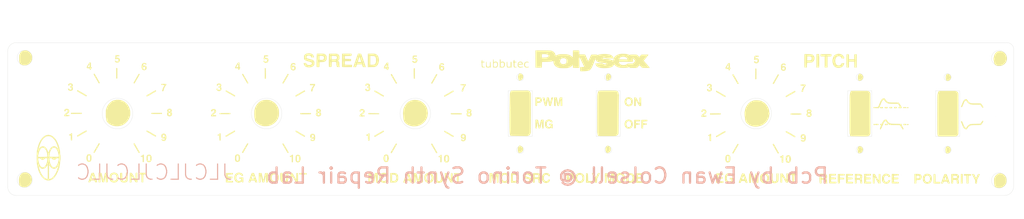
<source format=kicad_pcb>
(kicad_pcb (version 20240108) (generator "pcbnew") (generator_version "8.0")
  (layers (0 "F.Cu" signal) (31 "B.Cu" signal) (34 "B.Paste" user) (35 "F.Paste" user) (36 "B.SilkS" user "B.Silkscreen") (37 "F.SilkS" user "F.Silkscreen") (38 "B.Mask" user) (39 "F.Mask" user) (44 "Edge.Cuts" user))
  (net 0 "")
  (footprint "LOGO" (layer "F.Cu") (at 148.65 90.18)
    (property "Reference" "G***" (hide yes))
    (property "Value" "LOGO" (hide yes))
  )
  (gr_arc (start 279.680836 107.749027) (mid 278.971822 109.447129) (end 277.274192 110.157271) (stroke (width 0.05)) (layer "Edge.Cuts"))
  (gr_circle (center 173.554954 98.21) (end 173.554954 99.15) (stroke (width 0.05)) (fill none) (layer "Edge.Cuts"))
  (gr_circle (center 239.415045 98.21) (end 239.415045 99.15) (stroke (width 0.05)) (fill none) (layer "Edge.Cuts"))
  (gr_circle (center 173.554954 79.21) (end 173.554954 80.15) (stroke (width 0.05)) (fill none) (layer "Edge.Cuts"))
  (gr_line (start 18.652271 110.156129) (end 277.28 110.156129) (stroke (width 0.05)) (layer "Edge.Cuts"))
  (gr_arc (start 18.652271 110.156129) (mid 17.095027 109.511099) (end 16.45 107.953858) (stroke (width 0.05)) (layer "Edge.Cuts"))
  (gr_arc (start 277.922119 70.160938) (mid 279.168674 70.677084) (end 279.685483 71.923364) (stroke (width 0.05)) (layer "Edge.Cuts"))
  (gr_circle (center 20.9 74.12) (end 22.9 74.12) (stroke (width 0.05)) (fill none) (layer "Edge.Cuts"))
  (gr_circle (center 150.544954 79.21) (end 150.544954 80.15) (stroke (width 0.05)) (fill none) (layer "Edge.Cuts"))
  (gr_line (start 18.65 70.158857) (end 277.93 70.158857) (stroke (width 0.05)) (layer "Edge.Cuts"))
  (gr_rect (start 147.419909 82.705) (end 153.67 94.715) (stroke (width 0.05)) (fill none) (layer "Edge.Cuts"))
  (gr_circle (center 212.29 88.71) (end 216.29 88.71) (stroke (width 0.05)) (fill none) (layer "Edge.Cuts"))
  (gr_circle (center 123.09 88.71) (end 127.09 88.71) (stroke (width 0.05)) (fill none) (layer "Edge.Cuts"))
  (gr_arc (start 16.45 72.358858) (mid 17.094365 70.803222) (end 18.65 70.158857) (stroke (width 0.05)) (layer "Edge.Cuts"))
  (gr_circle (center 150.544954 98.21) (end 150.544954 99.15) (stroke (width 0.05)) (fill none) (layer "Edge.Cuts"))
  (gr_line (start 279.686421 71.92) (end 279.686421 107.749064) (stroke (width 0.05)) (layer "Edge.Cuts"))
  (gr_circle (center 275.88 106.22) (end 277.88 106.22) (stroke (width 0.05)) (fill none) (layer "Edge.Cuts"))
  (gr_rect (start 236.29 82.705) (end 242.540091 94.715) (stroke (width 0.05)) (fill none) (layer "Edge.Cuts"))
  (gr_circle (center 275.88 74.2) (end 277.88 74.2) (stroke (width 0.05)) (fill none) (layer "Edge.Cuts"))
  (gr_circle (center 262.4 98.21) (end 262.4 99.15) (stroke (width 0.05)) (fill none) (layer "Edge.Cuts"))
  (gr_circle (center 239.415045 79.21) (end 239.415045 80.15) (stroke (width 0.05)) (fill none) (layer "Edge.Cuts"))
  (gr_circle (center 45.16 88.71) (end 49.16 88.71) (stroke (width 0.05)) (fill none) (layer "Edge.Cuts"))
  (gr_rect (start 259.274955 82.705) (end 265.525046 94.715) (stroke (width 0.05)) (fill none) (layer "Edge.Cuts"))
  (gr_circle (center 84.19 88.71) (end 88.19 88.71) (stroke (width 0.05)) (fill none) (layer "Edge.Cuts"))
  (gr_circle (center 262.4 79.21) (end 262.4 80.15) (stroke (width 0.05)) (fill none) (layer "Edge.Cuts"))
  (gr_circle (center 20.9 106.06) (end 22.9 106.06) (stroke (width 0.05)) (fill none) (layer "Edge.Cuts"))
  (gr_line (start 16.45 72.358858) (end 16.45 107.953858) (stroke (width 0.05)) (layer "Edge.Cuts"))
  (gr_rect (start 170.429909 82.705) (end 176.68 94.715) (stroke (width 0.05)) (fill none) (layer "Edge.Cuts"))
  (gr_text "Pcb by Ewan Colsell @ Torino Synth Repair Lab" (at 231.57 107.32 0) (layer "B.SilkS") (effects (font (size 4 4) (thickness 0.6)) (justify left bottom mirror)))
  (gr_text "JLCJLCJLCJLC" (at 75.55 106.41 0) (layer "B.SilkS") (effects (font (size 4 4) (thickness 0.3)) (justify left bottom mirror)))
)
</source>
